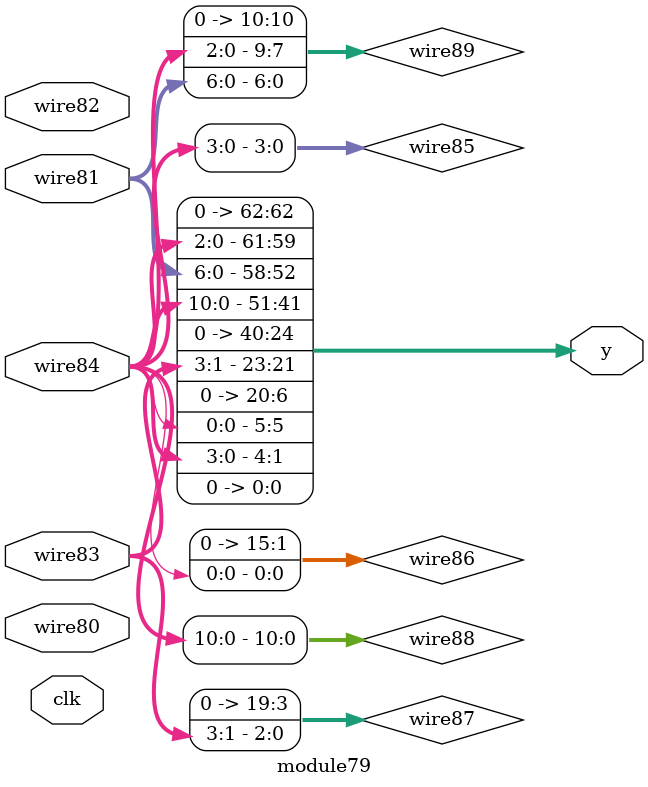
<source format=v>
module top  (y, clk, wire4, wire3, wire2, wire1, wire0);
  output wire [(32'h14c):(32'h0)] y;
  input wire [(1'h0):(1'h0)] clk;
  input wire signed [(4'hc):(1'h0)] wire4;
  input wire [(3'h6):(1'h0)] wire3;
  input wire signed [(5'h13):(1'h0)] wire2;
  input wire [(5'h11):(1'h0)] wire1;
  input wire signed [(4'hf):(1'h0)] wire0;
  wire signed [(2'h2):(1'h0)] wire41;
  wire [(4'hb):(1'h0)] wire27;
  wire signed [(3'h4):(1'h0)] wire26;
  wire [(4'ha):(1'h0)] wire15;
  wire [(4'h9):(1'h0)] wire14;
  wire signed [(4'hc):(1'h0)] wire5;
  wire [(4'hf):(1'h0)] wire45;
  wire signed [(4'ha):(1'h0)] wire46;
  wire [(5'h12):(1'h0)] wire47;
  wire signed [(3'h6):(1'h0)] wire95;
  reg signed [(5'h15):(1'h0)] reg25 = (1'h0);
  reg signed [(4'he):(1'h0)] reg24 = (1'h0);
  reg [(3'h4):(1'h0)] reg23 = (1'h0);
  reg signed [(5'h14):(1'h0)] reg22 = (1'h0);
  reg [(3'h5):(1'h0)] reg21 = (1'h0);
  reg signed [(4'hf):(1'h0)] reg20 = (1'h0);
  reg signed [(3'h5):(1'h0)] reg19 = (1'h0);
  reg [(4'hb):(1'h0)] reg18 = (1'h0);
  reg [(5'h10):(1'h0)] reg17 = (1'h0);
  reg [(4'hf):(1'h0)] reg16 = (1'h0);
  reg [(3'h5):(1'h0)] reg13 = (1'h0);
  reg [(3'h5):(1'h0)] reg12 = (1'h0);
  reg [(3'h5):(1'h0)] reg11 = (1'h0);
  reg [(4'hc):(1'h0)] reg10 = (1'h0);
  reg [(5'h14):(1'h0)] reg9 = (1'h0);
  reg [(5'h13):(1'h0)] reg8 = (1'h0);
  reg [(4'hf):(1'h0)] reg7 = (1'h0);
  reg [(3'h7):(1'h0)] reg6 = (1'h0);
  reg [(3'h4):(1'h0)] reg43 = (1'h0);
  reg [(5'h10):(1'h0)] reg44 = (1'h0);
  assign y = {wire41,
                 wire27,
                 wire26,
                 wire15,
                 wire14,
                 wire5,
                 wire45,
                 wire46,
                 wire47,
                 wire95,
                 reg25,
                 reg24,
                 reg23,
                 reg22,
                 reg21,
                 reg20,
                 reg19,
                 reg18,
                 reg17,
                 reg16,
                 reg13,
                 reg12,
                 reg11,
                 reg10,
                 reg9,
                 reg8,
                 reg7,
                 reg6,
                 reg43,
                 reg44,
                 (1'h0)};
  assign wire5 = $unsigned(wire1);
  always
    @(posedge clk) begin
      if ({wire0[(2'h2):(2'h2)],
          (wire4[(3'h4):(1'h1)] ?
              ((^wire5[(3'h4):(1'h1)]) <= (!(^~wire3))) : $unsigned($unsigned((^~wire2))))})
        begin
          reg6 <= (8'hb0);
          reg7 <= $signed({(wire5[(4'h8):(1'h1)] ?
                  wire1[(5'h11):(4'hc)] : (~&{wire4, wire3}))});
          reg8 <= $unsigned((wire5[(2'h3):(1'h0)] ^~ {$unsigned((~|wire0))}));
          reg9 <= $unsigned($unsigned(reg7[(2'h3):(1'h1)]));
        end
      else
        begin
          reg6 <= ($unsigned({wire3[(2'h3):(2'h3)]}) <= reg9[(4'hb):(1'h0)]);
          reg7 <= (~^$unsigned((&((reg8 || (8'haa)) & wire1[(4'hd):(4'hd)]))));
          if (wire3)
            begin
              reg8 <= ($signed({($unsigned(reg8) >> {reg7}),
                      (wire4[(2'h2):(2'h2)] ?
                          (|wire4) : reg8[(1'h1):(1'h0)])}) ?
                  (wire4[(2'h3):(1'h0)] ?
                      (~|wire3[(3'h4):(2'h2)]) : ($signed((^~reg6)) ?
                          (~^(wire0 ? (8'hbe) : (8'hab))) : {reg9})) : (8'ha9));
              reg9 <= $unsigned((($signed(wire0) ?
                  ((wire3 ?
                      wire4 : reg8) != reg8[(4'h9):(2'h3)]) : ($signed(reg8) <= (wire3 ?
                      reg7 : wire1))) ^ wire1[(4'he):(4'hd)]));
              reg10 <= $signed((((^~(wire1 ~^ reg9)) ? reg8 : reg9) ?
                  {({wire1, wire0} < wire0),
                      (wire2[(2'h2):(1'h1)] ?
                          reg6[(3'h5):(2'h2)] : wire0[(2'h3):(2'h3)])} : ((8'ha3) ?
                      $signed((wire2 ?
                          (8'h9e) : wire5)) : $unsigned((|wire3)))));
              reg11 <= wire1[(1'h0):(1'h0)];
            end
          else
            begin
              reg8 <= ((~&(&{$unsigned(wire1), (-wire2)})) ?
                  $unsigned({(reg7[(4'h9):(4'h9)] <= (wire5 ? reg10 : reg10)),
                      (reg9[(4'ha):(1'h0)] ?
                          $signed((8'hb9)) : (~^wire5))}) : $unsigned((^~$unsigned((&reg7)))));
              reg9 <= reg11[(1'h1):(1'h1)];
            end
          reg12 <= {({$signed((reg10 >= reg10))} ?
                  (($unsigned(reg6) ? (wire0 >= (8'hb1)) : (^wire0)) ?
                      $unsigned(((7'h42) && (7'h42))) : {reg7[(3'h7):(3'h4)]}) : wire4)};
        end
      reg13 <= {wire4[(3'h5):(1'h1)]};
    end
  assign wire14 = reg10[(2'h3):(1'h0)];
  assign wire15 = wire0[(4'he):(4'hd)];
  always
    @(posedge clk) begin
      if ((8'hbe))
        begin
          if (reg13)
            begin
              reg16 <= $signed(reg6);
              reg17 <= {$unsigned({((wire15 - wire4) ?
                          wire4[(2'h2):(2'h2)] : (wire0 ? wire2 : reg12)),
                      wire14[(3'h6):(2'h3)]}),
                  ({{(wire3 ? (8'ha5) : reg6)}, reg8[(2'h2):(1'h1)]} ?
                      (+reg13[(1'h0):(1'h0)]) : $unsigned(wire3[(3'h5):(3'h5)]))};
              reg18 <= $unsigned({$signed(reg8[(1'h1):(1'h0)]),
                  (wire3 <<< wire15)});
              reg19 <= wire2;
            end
          else
            begin
              reg16 <= wire1[(3'h5):(1'h0)];
              reg17 <= $unsigned(((8'hab) << $signed({{wire5, wire5}})));
              reg18 <= reg11[(1'h0):(1'h0)];
            end
          if (((wire2 > (reg19 <= $unsigned((~&wire14)))) <= $unsigned((((^~wire0) != (|reg7)) >= ((-wire5) + reg9)))))
            begin
              reg20 <= wire4[(3'h6):(3'h5)];
              reg21 <= (!(8'hb7));
            end
          else
            begin
              reg20 <= (((reg21[(2'h2):(1'h0)] ?
                  $signed($signed((8'ha2))) : ((^reg21) ?
                      reg21[(3'h5):(2'h2)] : (&(7'h44)))) >>> {((wire3 || reg21) | reg18[(3'h5):(3'h4)])}) - wire3);
            end
          reg22 <= wire5[(3'h5):(2'h2)];
          reg23 <= $unsigned(((reg16 << (~|wire3)) != (&((&reg17) <<< $signed(reg20)))));
          reg24 <= wire1[(1'h0):(1'h0)];
        end
      else
        begin
          reg16 <= reg23[(1'h0):(1'h0)];
          reg17 <= $signed((8'hb5));
        end
      reg25 <= (~$unsigned((~&(8'ha2))));
    end
  assign wire26 = (!((wire2[(4'hc):(4'hc)] ^ reg9[(5'h12):(4'he)]) | $unsigned((wire5 ?
                      (wire4 ? reg10 : wire1) : $unsigned(wire14)))));
  assign wire27 = wire0;
  module28 #() modinst42 (wire41, clk, reg10, wire2, reg16, reg20);
  always
    @(posedge clk) begin
      reg43 <= (~^(~&($unsigned((^reg8)) ? reg11 : wire4)));
      reg44 <= {(^~($signed((reg20 ? wire14 : reg11)) ?
              $unsigned($signed(wire4)) : reg16)),
          $unsigned($unsigned(reg8[(4'h8):(3'h5)]))};
    end
  assign wire45 = ($signed(((&reg24[(4'h8):(3'h4)]) > ($unsigned(wire0) * $unsigned(reg18)))) >> $unsigned(((~$unsigned(reg12)) ?
                      {wire4[(1'h1):(1'h1)]} : reg44[(2'h2):(1'h1)])));
  assign wire46 = (~reg16);
  assign wire47 = (wire3 && (!{$unsigned((wire45 * reg23)),
                      wire14[(1'h0):(1'h0)]}));
  module48 #() modinst96 (wire95, clk, wire47, reg22, reg11, reg44);
endmodule

module module48  (y, clk, wire49, wire50, wire51, wire52);
  output wire [(32'h173):(32'h0)] y;
  input wire [(1'h0):(1'h0)] clk;
  input wire signed [(3'h5):(1'h0)] wire49;
  input wire signed [(5'h14):(1'h0)] wire50;
  input wire signed [(3'h5):(1'h0)] wire51;
  input wire [(5'h10):(1'h0)] wire52;
  wire signed [(5'h11):(1'h0)] wire94;
  wire signed [(4'hd):(1'h0)] wire53;
  wire [(2'h2):(1'h0)] wire54;
  wire [(4'h8):(1'h0)] wire55;
  wire [(4'ha):(1'h0)] wire56;
  wire signed [(4'ha):(1'h0)] wire57;
  wire [(4'hb):(1'h0)] wire70;
  wire signed [(4'hd):(1'h0)] wire71;
  wire [(5'h12):(1'h0)] wire72;
  wire signed [(4'he):(1'h0)] wire74;
  wire signed [(5'h10):(1'h0)] wire75;
  wire signed [(4'hc):(1'h0)] wire76;
  wire signed [(4'hb):(1'h0)] wire77;
  wire [(5'h10):(1'h0)] wire78;
  wire signed [(5'h13):(1'h0)] wire92;
  reg [(3'h5):(1'h0)] reg73 = (1'h0);
  reg [(4'hf):(1'h0)] reg69 = (1'h0);
  reg signed [(3'h4):(1'h0)] reg68 = (1'h0);
  reg signed [(5'h10):(1'h0)] reg67 = (1'h0);
  reg [(5'h13):(1'h0)] reg66 = (1'h0);
  reg [(5'h11):(1'h0)] reg65 = (1'h0);
  reg signed [(4'he):(1'h0)] reg64 = (1'h0);
  reg [(5'h15):(1'h0)] reg63 = (1'h0);
  reg [(5'h11):(1'h0)] reg62 = (1'h0);
  reg signed [(5'h11):(1'h0)] reg61 = (1'h0);
  reg signed [(2'h2):(1'h0)] reg60 = (1'h0);
  reg signed [(5'h15):(1'h0)] reg59 = (1'h0);
  reg signed [(4'hc):(1'h0)] reg58 = (1'h0);
  assign y = {wire94,
                 wire53,
                 wire54,
                 wire55,
                 wire56,
                 wire57,
                 wire70,
                 wire71,
                 wire72,
                 wire74,
                 wire75,
                 wire76,
                 wire77,
                 wire78,
                 wire92,
                 reg73,
                 reg69,
                 reg68,
                 reg67,
                 reg66,
                 reg65,
                 reg64,
                 reg63,
                 reg62,
                 reg61,
                 reg60,
                 reg59,
                 reg58,
                 (1'h0)};
  assign wire53 = {$signed(($signed((wire50 ? wire50 : wire50)) ?
                          wire49 : $signed({wire49, wire50}))),
                      wire51};
  assign wire54 = ($unsigned((^(((7'h40) ? wire49 : wire51) ?
                      (~^wire52) : (&wire51)))) - $signed($signed((wire49 <<< $unsigned((8'hbd))))));
  assign wire55 = $unsigned((wire49 > (wire53 ?
                      ((wire53 >> wire52) == $signed((8'h9d))) : (^wire54[(1'h0):(1'h0)]))));
  assign wire56 = ((7'h40) - {(((wire51 - wire53) ?
                              ((8'hb5) ?
                                  (8'ha7) : wire50) : wire49[(1'h1):(1'h0)]) ?
                          ({wire54, (8'hb7)} ?
                              {wire50} : {wire49,
                                  (8'hb7)}) : $unsigned({(8'hae)}))});
  assign wire57 = ($unsigned((wire50 ~^ ((wire53 - wire50) - wire51[(3'h4):(3'h4)]))) ?
                      $unsigned($signed(wire56)) : wire55[(3'h5):(2'h2)]);
  always
    @(posedge clk) begin
      reg58 <= (wire53 ?
          ({(!(wire53 < wire55)),
              $signed(wire51[(1'h0):(1'h0)])} || wire50) : $unsigned({((7'h42) > (wire54 ?
                  (8'ha7) : wire53)),
              $unsigned($signed(wire52))}));
      if (wire51)
        begin
          if (wire55[(3'h7):(1'h0)])
            begin
              reg59 <= $signed((($unsigned($unsigned(wire54)) ~^ wire57[(1'h0):(1'h0)]) >= wire54));
              reg60 <= (~$unsigned((wire57[(3'h7):(1'h0)] ?
                  $unsigned(wire52[(4'hd):(3'h6)]) : $signed((wire49 ?
                      wire56 : reg59)))));
              reg61 <= (!(~|$signed($signed((wire53 ? (8'hac) : (7'h41))))));
            end
          else
            begin
              reg59 <= ((!wire57[(1'h1):(1'h0)]) ?
                  (($signed(wire50[(4'hc):(3'h7)]) <= wire56[(4'ha):(1'h0)]) ^ ($signed($signed(wire54)) >>> reg60)) : (!(-(|(wire49 >>> (8'ha5))))));
              reg60 <= ({(+wire53)} <<< ((reg59 << reg60[(2'h2):(1'h1)]) ?
                  (((wire51 ? wire53 : reg60) ?
                          (wire56 || wire51) : (wire56 && wire56)) ?
                      ((!reg61) ?
                          $unsigned(reg58) : {reg58}) : $signed($signed(wire57))) : ((wire53[(2'h3):(1'h1)] ?
                      (|reg58) : $signed(wire56)) <<< ((reg60 ?
                          wire55 : wire49) ?
                      $signed(wire54) : $unsigned(wire50)))));
              reg61 <= (~&(-(~wire57[(1'h0):(1'h0)])));
              reg62 <= $unsigned(($unsigned($signed($unsigned(wire49))) ?
                  wire50 : (|(&(~|wire53)))));
              reg63 <= (-wire54);
            end
        end
      else
        begin
          reg59 <= ($unsigned(wire55) ~^ reg63);
          if ($signed({$unsigned((~(~|wire49))), reg59}))
            begin
              reg60 <= reg63;
              reg61 <= wire54;
              reg62 <= $signed($signed($signed(reg60[(1'h1):(1'h1)])));
              reg63 <= {{(^~reg58)}};
            end
          else
            begin
              reg60 <= {wire51[(2'h2):(2'h2)]};
              reg61 <= $signed((({(reg58 ? reg62 : wire56),
                      (wire53 ? reg59 : reg61)} * (~|reg62[(4'hd):(3'h5)])) ?
                  (($signed((8'ha4)) <<< (~reg62)) ?
                      ((reg58 != reg62) ?
                          wire49 : wire55[(1'h1):(1'h1)]) : (&wire49[(3'h5):(1'h1)])) : ($signed($signed((8'hae))) ?
                      wire57 : $signed(reg59))));
            end
          reg64 <= $signed($unsigned($unsigned($signed(((8'hb7) < reg59)))));
          if (reg59[(4'hc):(2'h2)])
            begin
              reg65 <= (wire54[(1'h1):(1'h1)] << (~&(&(+(reg62 == wire54)))));
              reg66 <= $signed({$signed($signed((reg65 ? reg61 : wire51))),
                  (-wire53)});
              reg67 <= (!reg63);
            end
          else
            begin
              reg65 <= reg59[(1'h1):(1'h0)];
            end
          reg68 <= $signed(wire52[(1'h1):(1'h0)]);
        end
      reg69 <= $signed((((reg61[(4'h8):(4'h8)] ?
              $signed(reg59) : $unsigned(reg61)) >>> reg67) ?
          reg67 : reg64));
    end
  assign wire70 = (~^$signed(reg67));
  assign wire71 = (-(wire53 >> $unsigned(($signed(wire54) * $unsigned(reg59)))));
  assign wire72 = (!reg68);
  always
    @(posedge clk) begin
      reg73 <= $unsigned($unsigned((|(+{wire50}))));
    end
  assign wire74 = $signed((|(-{$unsigned(reg67)})));
  assign wire75 = ($signed(wire72[(4'hd):(4'hb)]) ?
                      ($unsigned((reg59[(5'h15):(4'hc)] ?
                              wire71 : wire72[(3'h5):(1'h1)])) ?
                          reg65[(5'h11):(2'h3)] : $unsigned($unsigned(((8'hb0) != reg63)))) : (wire57 ~^ $unsigned((reg66 < (reg59 < wire74)))));
  assign wire76 = reg58;
  assign wire77 = {$signed($unsigned((reg73 ?
                          $unsigned(reg73) : (wire74 ? reg66 : wire56))))};
  assign wire78 = reg65[(4'he):(3'h6)];
  module79 #() modinst93 (wire92, clk, reg69, wire52, wire75, reg67, wire76);
  assign wire94 = reg59;
endmodule

module module28
#(parameter param40 = (+(((((8'ha1) - (8'hb5)) > (^(7'h41))) ? {((8'hba) < (7'h41))} : (8'hbd)) ^ (!({(8'ha9), (8'hbb)} < ((7'h44) ? (8'hb7) : (8'hb1)))))))
(y, clk, wire32, wire31, wire30, wire29);
  output wire [(32'h3d):(32'h0)] y;
  input wire [(1'h0):(1'h0)] clk;
  input wire signed [(4'hc):(1'h0)] wire32;
  input wire [(4'he):(1'h0)] wire31;
  input wire [(4'he):(1'h0)] wire30;
  input wire [(4'hf):(1'h0)] wire29;
  wire [(4'ha):(1'h0)] wire39;
  wire signed [(4'hc):(1'h0)] wire38;
  wire [(3'h4):(1'h0)] wire37;
  wire signed [(3'h4):(1'h0)] wire34;
  wire signed [(3'h7):(1'h0)] wire33;
  reg signed [(4'hc):(1'h0)] reg36 = (1'h0);
  reg signed [(4'hb):(1'h0)] reg35 = (1'h0);
  assign y = {wire39, wire38, wire37, wire34, wire33, reg36, reg35, (1'h0)};
  assign wire33 = (~&(8'hbf));
  assign wire34 = wire29;
  always
    @(posedge clk) begin
      reg35 <= ($unsigned((wire34[(3'h4):(1'h1)] >>> $signed((wire34 ?
          wire33 : wire31)))) <= $unsigned((&$unsigned(wire34))));
      reg36 <= (^(~|$signed($signed(wire31))));
    end
  assign wire37 = (|((7'h44) || {{wire32, $unsigned(wire33)}}));
  assign wire38 = (-$unsigned((!(~&(^wire30)))));
  assign wire39 = ((!$signed(wire32)) ?
                      $signed($signed($signed((wire31 ?
                          wire34 : reg35)))) : wire29);
endmodule

module module79
#(parameter param91 = ({({(^(7'h40)), {(8'ha9), (8'hbf)}} ? (|(+(8'h9c))) : (-((7'h43) ^ (8'hb1))))} ? (((~&((8'ha0) <<< (8'ha8))) ? (((8'hba) ? (8'hb0) : (8'hb3)) || ((8'h9c) - (8'ha8))) : (((7'h44) > (8'hae)) << (8'ha2))) >> {((8'hbf) ? ((8'hb7) <= (8'hb1)) : (^~(8'hbb)))}) : ({{((8'ha4) <<< (8'hba))}} ? {(((8'hae) ? (8'hb4) : (7'h41)) > {(8'hbe), (8'h9c)})} : ((((8'hb0) ? (7'h40) : (8'hba)) >= ((8'had) ? (8'hb9) : (8'haf))) * (~^(!(8'hbe)))))))
(y, clk, wire84, wire83, wire82, wire81, wire80);
  output wire [(32'h3e):(32'h0)] y;
  input wire [(1'h0):(1'h0)] clk;
  input wire [(4'hf):(1'h0)] wire84;
  input wire [(4'h9):(1'h0)] wire83;
  input wire [(3'h5):(1'h0)] wire82;
  input wire [(5'h10):(1'h0)] wire81;
  input wire [(4'hb):(1'h0)] wire80;
  wire signed [(3'h4):(1'h0)] wire90;
  wire [(4'ha):(1'h0)] wire89;
  wire signed [(4'ha):(1'h0)] wire88;
  wire [(5'h13):(1'h0)] wire87;
  wire [(4'hf):(1'h0)] wire86;
  wire signed [(2'h3):(1'h0)] wire85;
  assign y = {wire90, wire89, wire88, wire87, wire86, wire85, (1'h0)};
  assign wire85 = wire84;
  assign wire86 = wire84[(1'h0):(1'h0)];
  assign wire87 = $unsigned(wire83[(2'h3):(1'h1)]);
  assign wire88 = {(+$signed($unsigned((wire85 ? wire84 : wire84))))};
  assign wire89 = {wire85[(2'h2):(1'h0)], wire81[(3'h6):(1'h0)]};
  assign wire90 = (~|$signed(wire89[(1'h0):(1'h0)]));
endmodule

</source>
